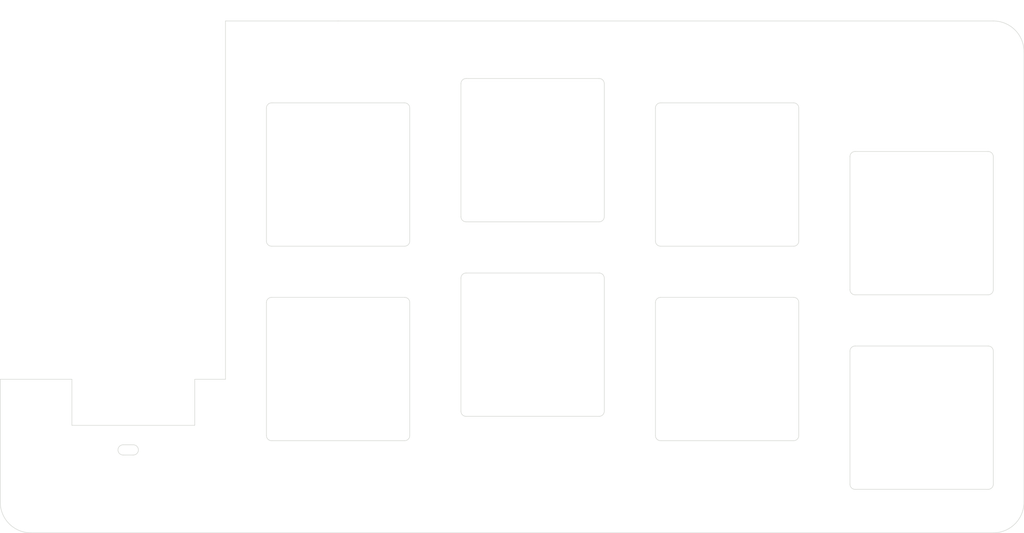
<source format=kicad_pcb>
(kicad_pcb (version 20221018) (generator pcbnew)
  (layers (0 "F.Cu" signal) (31 "B.Cu" signal) (34 "B.Paste" user) (35 "F.Paste" user) (36 "B.SilkS" user "B.Silkscreen") (37 "F.SilkS" user "F.Silkscreen") (38 "B.Mask" user) (39 "F.Mask" user) (44 "Edge.Cuts" user))
  (net 0 "")
  (footprint "small-paintbrush:mounting-holes" (layer "F.Cu") (at 122.901737 43.599424)
    (fp_text reference "H1" hide)
    (fp_text value "MountingHole")
    (fp_line (start -17 -25) (end 47 -25) (stroke (width 0.05)) (layer "Edge.Cuts"))
    (fp_line (start 47 25) (end -47 25) (stroke (width 0.05)) (layer "Edge.Cuts"))
    (fp_line (start 50 -22) (end 50 22) (stroke (width 0.05)) (layer "Edge.Cuts"))
    (fp_arc (start -47 25) (mid -49.12132 24.12132) (end -50 22) (stroke (width 0.05)) (layer "Edge.Cuts"))
    (fp_arc (start 47 -25) (mid 49.12132 -24.12132) (end 50 -22) (stroke (width 0.05)) (layer "Edge.Cuts"))
    (fp_arc (start 50 22) (mid 49.12132 24.12132) (end 47 25) (stroke (width 0.05)) (layer "Edge.Cuts"))
  )
  (footprint "small-paintbrush:MX-plate-cutout-edgecuts" (layer "F.Cu") (at 124.901737 31.219424)
    (fp_text reference "H2" hide)
    (fp_text value "switch-hole")
    (fp_line (start -7 6.5) (end -7 -6.5) (stroke (width 0.05)) (layer "Edge.Cuts"))
    (fp_line (start -6.5 -7) (end 6.5 -7) (stroke (width 0.05)) (layer "Edge.Cuts"))
    (fp_line (start 6.5 7) (end -6.5 7) (stroke (width 0.05)) (layer "Edge.Cuts"))
    (fp_line (start 7 -6.5) (end 7 6.5) (stroke (width 0.05)) (layer "Edge.Cuts"))
    (fp_arc (start -7 -6.5) (mid -6.853553 -6.853553) (end -6.5 -7) (stroke (width 0.05)) (layer "Edge.Cuts"))
    (fp_arc (start -6.5 7) (mid -6.853553 6.853553) (end -7 6.5) (stroke (width 0.05)) (layer "Edge.Cuts"))
    (fp_arc (start 6.5 -7) (mid 6.853553 -6.853553) (end 7 -6.5) (stroke (width 0.05)) (layer "Edge.Cuts"))
    (fp_arc (start 7 6.5) (mid 6.853553 6.853553) (end 6.5 7) (stroke (width 0.05)) (layer "Edge.Cuts"))
  )
  (footprint "small-paintbrush:MX-plate-cutout-edgecuts" (layer "F.Cu") (at 143.901737 33.599424)
    (fp_text reference "H3" hide)
    (fp_text value "switch-hole")
    (fp_line (start -7 6.5) (end -7 -6.5) (stroke (width 0.05)) (layer "Edge.Cuts"))
    (fp_line (start -6.5 -7) (end 6.5 -7) (stroke (width 0.05)) (layer "Edge.Cuts"))
    (fp_line (start 6.5 7) (end -6.5 7) (stroke (width 0.05)) (layer "Edge.Cuts"))
    (fp_line (start 7 -6.5) (end 7 6.5) (stroke (width 0.05)) (layer "Edge.Cuts"))
    (fp_arc (start -7 -6.5) (mid -6.853553 -6.853553) (end -6.5 -7) (stroke (width 0.05)) (layer "Edge.Cuts"))
    (fp_arc (start -6.5 7) (mid -6.853553 6.853553) (end -7 6.5) (stroke (width 0.05)) (layer "Edge.Cuts"))
    (fp_arc (start 6.5 -7) (mid 6.853553 -6.853553) (end 7 -6.5) (stroke (width 0.05)) (layer "Edge.Cuts"))
    (fp_arc (start 7 6.5) (mid 6.853553 6.853553) (end 6.5 7) (stroke (width 0.05)) (layer "Edge.Cuts"))
  )
  (footprint "small-paintbrush:MX-plate-cutout-edgecuts" (layer "F.Cu") (at 124.901737 50.219424)
    (fp_text reference "H5" hide)
    (fp_text value "switch-hole")
    (fp_line (start -7 6.5) (end -7 -6.5) (stroke (width 0.05)) (layer "Edge.Cuts"))
    (fp_line (start -6.5 -7) (end 6.5 -7) (stroke (width 0.05)) (layer "Edge.Cuts"))
    (fp_line (start 6.5 7) (end -6.5 7) (stroke (width 0.05)) (layer "Edge.Cuts"))
    (fp_line (start 7 -6.5) (end 7 6.5) (stroke (width 0.05)) (layer "Edge.Cuts"))
    (fp_arc (start -7 -6.5) (mid -6.853553 -6.853553) (end -6.5 -7) (stroke (width 0.05)) (layer "Edge.Cuts"))
    (fp_arc (start -6.5 7) (mid -6.853553 6.853553) (end -7 6.5) (stroke (width 0.05)) (layer "Edge.Cuts"))
    (fp_arc (start 6.5 -7) (mid 6.853553 -6.853553) (end 7 -6.5) (stroke (width 0.05)) (layer "Edge.Cuts"))
    (fp_arc (start 7 6.5) (mid 6.853553 6.853553) (end 6.5 7) (stroke (width 0.05)) (layer "Edge.Cuts"))
  )
  (footprint "small-paintbrush:MX-plate-cutout-edgecuts" (layer "F.Cu") (at 105.901737 33.599424)
    (fp_text reference "H8" hide)
    (fp_text value "switch-hole")
    (fp_line (start -7 6.5) (end -7 -6.5) (stroke (width 0.05)) (layer "Edge.Cuts"))
    (fp_line (start -6.5 -7) (end 6.5 -7) (stroke (width 0.05)) (layer "Edge.Cuts"))
    (fp_line (start 6.5 7) (end -6.5 7) (stroke (width 0.05)) (layer "Edge.Cuts"))
    (fp_line (start 7 -6.5) (end 7 6.5) (stroke (width 0.05)) (layer "Edge.Cuts"))
    (fp_arc (start -7 -6.5) (mid -6.853553 -6.853553) (end -6.5 -7) (stroke (width 0.05)) (layer "Edge.Cuts"))
    (fp_arc (start -6.5 7) (mid -6.853553 6.853553) (end -7 6.5) (stroke (width 0.05)) (layer "Edge.Cuts"))
    (fp_arc (start 6.5 -7) (mid 6.853553 -6.853553) (end 7 -6.5) (stroke (width 0.05)) (layer "Edge.Cuts"))
    (fp_arc (start 7 6.5) (mid 6.853553 6.853553) (end 6.5 7) (stroke (width 0.05)) (layer "Edge.Cuts"))
  )
  (footprint "small-paintbrush:MX-plate-cutout-edgecuts" (layer "F.Cu") (at 143.901737 52.599424)
    (fp_text reference "H9" hide)
    (fp_text value "switch-hole")
    (fp_line (start -7 6.5) (end -7 -6.5) (stroke (width 0.05)) (layer "Edge.Cuts"))
    (fp_line (start -6.5 -7) (end 6.5 -7) (stroke (width 0.05)) (layer "Edge.Cuts"))
    (fp_line (start 6.5 7) (end -6.5 7) (stroke (width 0.05)) (layer "Edge.Cuts"))
    (fp_line (start 7 -6.5) (end 7 6.5) (stroke (width 0.05)) (layer "Edge.Cuts"))
    (fp_arc (start -7 -6.5) (mid -6.853553 -6.853553) (end -6.5 -7) (stroke (width 0.05)) (layer "Edge.Cuts"))
    (fp_arc (start -6.5 7) (mid -6.853553 6.853553) (end -7 6.5) (stroke (width 0.05)) (layer "Edge.Cuts"))
    (fp_arc (start 6.5 -7) (mid 6.853553 -6.853553) (end 7 -6.5) (stroke (width 0.05)) (layer "Edge.Cuts"))
    (fp_arc (start 7 6.5) (mid 6.853553 6.853553) (end 6.5 7) (stroke (width 0.05)) (layer "Edge.Cuts"))
  )
  (footprint "small-paintbrush:MX-plate-cutout-edgecuts" (layer "F.Cu") (at 162.901737 38.349424)
    (fp_text reference "H11" hide)
    (fp_text value "switch-hole")
    (fp_line (start -7 6.5) (end -7 -6.5) (stroke (width 0.05)) (layer "Edge.Cuts"))
    (fp_line (start -6.5 -7) (end 6.5 -7) (stroke (width 0.05)) (layer "Edge.Cuts"))
    (fp_line (start 6.5 7) (end -6.5 7) (stroke (width 0.05)) (layer "Edge.Cuts"))
    (fp_line (start 7 -6.5) (end 7 6.5) (stroke (width 0.05)) (layer "Edge.Cuts"))
    (fp_arc (start -7 -6.5) (mid -6.853553 -6.853553) (end -6.5 -7) (stroke (width 0.05)) (layer "Edge.Cuts"))
    (fp_arc (start -6.5 7) (mid -6.853553 6.853553) (end -7 6.5) (stroke (width 0.05)) (layer "Edge.Cuts"))
    (fp_arc (start 6.5 -7) (mid 6.853553 -6.853553) (end 7 -6.5) (stroke (width 0.05)) (layer "Edge.Cuts"))
    (fp_arc (start 7 6.5) (mid 6.853553 6.853553) (end 6.5 7) (stroke (width 0.05)) (layer "Edge.Cuts"))
  )
  (footprint "small-paintbrush:MX-plate-cutout-edgecuts" (layer "F.Cu") (at 162.901737 57.349424)
    (fp_text reference "H12" hide)
    (fp_text value "switch-hole")
    (fp_line (start -7 6.5) (end -7 -6.5) (stroke (width 0.05)) (layer "Edge.Cuts"))
    (fp_line (start -6.5 -7) (end 6.5 -7) (stroke (width 0.05)) (layer "Edge.Cuts"))
    (fp_line (start 6.5 7) (end -6.5 7) (stroke (width 0.05)) (layer "Edge.Cuts"))
    (fp_line (start 7 -6.5) (end 7 6.5) (stroke (width 0.05)) (layer "Edge.Cuts"))
    (fp_arc (start -7 -6.5) (mid -6.853553 -6.853553) (end -6.5 -7) (stroke (width 0.05)) (layer "Edge.Cuts"))
    (fp_arc (start -6.5 7) (mid -6.853553 6.853553) (end -7 6.5) (stroke (width 0.05)) (layer "Edge.Cuts"))
    (fp_arc (start 6.5 -7) (mid 6.853553 -6.853553) (end 7 -6.5) (stroke (width 0.05)) (layer "Edge.Cuts"))
    (fp_arc (start 7 6.5) (mid 6.853553 6.853553) (end 6.5 7) (stroke (width 0.05)) (layer "Edge.Cuts"))
  )
  (footprint "small-paintbrush:MX-plate-cutout-edgecuts" (layer "F.Cu") (at 105.901737 52.599424)
    (fp_text reference "H6" hide)
    (fp_text value "switch-hole")
    (fp_line (start -7 6.5) (end -7 -6.5) (stroke (width 0.05)) (layer "Edge.Cuts"))
    (fp_line (start -6.5 -7) (end 6.5 -7) (stroke (width 0.05)) (layer "Edge.Cuts"))
    (fp_line (start 6.5 7) (end -6.5 7) (stroke (width 0.05)) (layer "Edge.Cuts"))
    (fp_line (start 7 -6.5) (end 7 6.5) (stroke (width 0.05)) (layer "Edge.Cuts"))
    (fp_arc (start -7 -6.5) (mid -6.853553 -6.853553) (end -6.5 -7) (stroke (width 0.05)) (layer "Edge.Cuts"))
    (fp_arc (start -6.5 7) (mid -6.853553 6.853553) (end -7 6.5) (stroke (width 0.05)) (layer "Edge.Cuts"))
    (fp_arc (start 6.5 -7) (mid 6.853553 -6.853553) (end 7 -6.5) (stroke (width 0.05)) (layer "Edge.Cuts"))
    (fp_arc (start 7 6.5) (mid 6.853553 6.853553) (end 6.5 7) (stroke (width 0.05)) (layer "Edge.Cuts"))
  )
  (gr_line (start 105.901737 18.599424) (end 94.901737 18.599424) (stroke (width 0.05)) (layer "Edge.Cuts"))
  (gr_line (start 72.901737 65.599424) (end 72.901737 53.599424) (stroke (width 0.05)) (layer "Edge.Cuts"))
  (gr_line (start 79.901737 53.599424) (end 72.901737 53.599424) (stroke (width 0.05)) (layer "Edge.Cuts"))
  (gr_arc (start 85.901737 59.999424) (mid 86.401737 60.499424) (end 85.901737 60.999424) (stroke (width 0.05)) (layer "Edge.Cuts"))
  (gr_line (start 94.901737 53.599424) (end 94.901737 18.599424) (stroke (width 0.05)) (layer "Edge.Cuts"))
  (gr_line (start 84.901737 60.999424) (end 85.901737 60.999424) (stroke (width 0.05)) (layer "Edge.Cuts"))
  (gr_line (start 79.901737 58.099424) (end 79.901737 53.599424) (stroke (width 0.05)) (layer "Edge.Cuts"))
  (gr_line (start 85.901737 59.999424) (end 84.901737 59.999424) (stroke (width 0.05)) (layer "Edge.Cuts"))
  (gr_line (start 91.901737 53.599424) (end 91.901737 58.099424) (stroke (width 0.05)) (layer "Edge.Cuts"))
  (gr_arc (start 84.901737 60.999424) (mid 84.401737 60.499424) (end 84.901737 59.999424) (stroke (width 0.05)) (layer "Edge.Cuts"))
  (gr_line (start 91.901737 58.099424) (end 79.901737 58.099424) (stroke (width 0.05)) (layer "Edge.Cuts"))
  (gr_line (start 94.901737 53.599424) (end 91.901737 53.599424) (stroke (width 0.05)) (layer "Edge.Cuts"))
)
</source>
